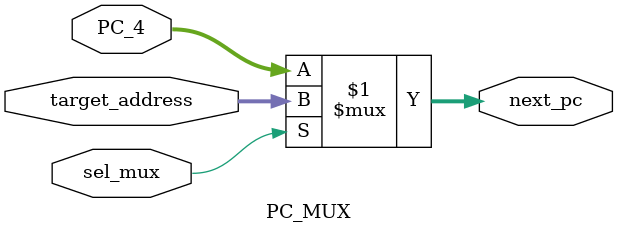
<source format=v>

module PC_MUX
(
    input           sel_mux         ,       //BHT의 taken, not taken 여부 출력 (T_NT)
    input   [31:0]  PC_4            ,
    input   [31:0]  target_address  ,

    output  [31:0]  next_pc
);
    //sel_mux가 1이라면 target address를
    //sel_mux가 0이라면 pc+4한 주소를 next_pc로 선택
    assign next_pc = sel_mux ? target_address : PC_4;
    
endmodule
</source>
